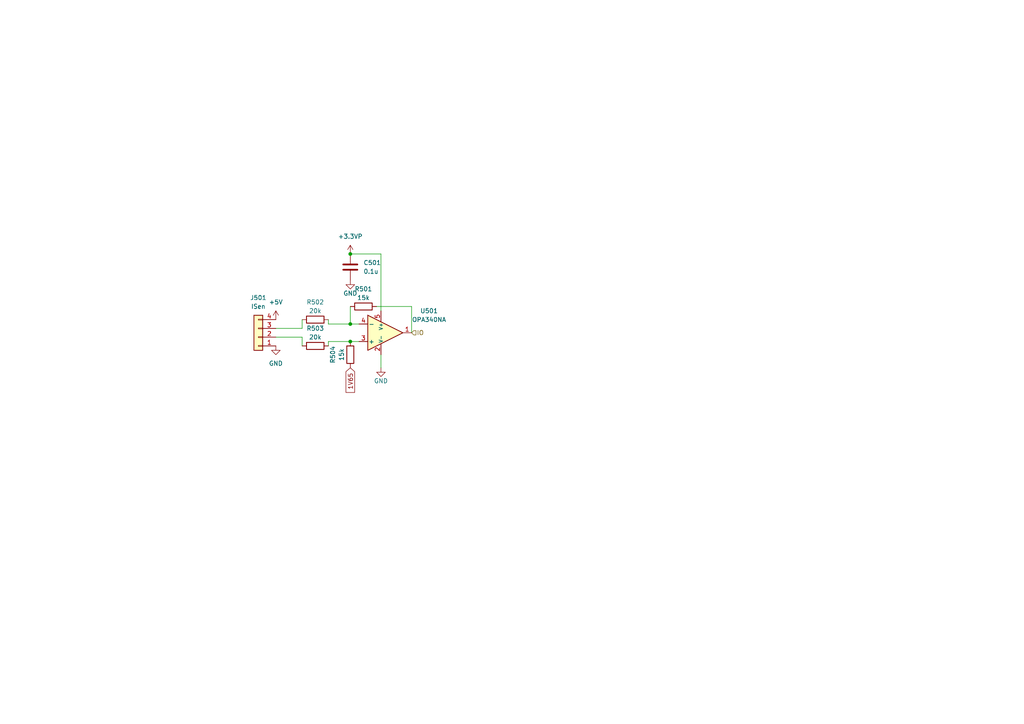
<source format=kicad_sch>
(kicad_sch (version 20231120) (generator "eeschema") (generator_version "8.0")
  (paper "A4")
  (lib_symbols
    (symbol "Connector_Generic:Conn_01x04" (pin_names (offset 1.016) hide)
      (property "Reference" "J" (at 0 5.08 0))
      (property "Value" "Conn_01x04" (at 0 -7.62 0))
      (symbol "Conn_01x04_1_1"
        (rectangle (start -1.27 -4.953) (end 0 -5.207) (stroke (width 0.1524)))
        (rectangle (start -1.27 -2.413) (end 0 -2.667) (stroke (width 0.1524)))
        (rectangle (start -1.27 0.127) (end 0 -0.127) (stroke (width 0.1524)))
        (rectangle (start -1.27 2.667) (end 0 2.413) (stroke (width 0.1524)))
        (rectangle (start -1.27 3.81) (end 1.27 -6.35) (stroke (width 0.254)) (fill (type background)))
        (pin passive line (at -5.08 2.54 0) (length 3.81) (name "Pin_1") (number "1"))
        (pin passive line (at -5.08 0 0) (length 3.81) (name "Pin_2") (number "2"))
        (pin passive line (at -5.08 -2.54 0) (length 3.81) (name "Pin_3") (number "3"))
        (pin passive line (at -5.08 -5.08 0) (length 3.81) (name "Pin_4") (number "4"))
      )
    )
    (symbol "Device:C" (pin_numbers hide) (pin_names (offset 0.254))
      (property "Reference" "C" (at 0.635 2.54 0))
      (property "Value" "C" (at 0.635 -2.54 0))
      (symbol "C_0_1"
        (polyline (pts (xy -2.032 -0.762) (xy 2.032 -0.762)) (stroke (width 0.508)))
        (polyline (pts (xy -2.032 0.762) (xy 2.032 0.762)) (stroke (width 0.508)))
      )
      (symbol "C_1_1"
        (pin passive line (at 0 3.81 270) (length 2.794) (name "~") (number "1"))
        (pin passive line (at 0 -3.81 90) (length 2.794) (name "~") (number "2"))
      )
    )
    (symbol "Device:R" (pin_numbers hide) (pin_names (offset 0))
      (property "Reference" "R" (at 2.032 0 90))
      (property "Value" "R" (at 0 0 90))
      (symbol "R_0_1"
        (rectangle (start -1.016 -2.54) (end 1.016 2.54) (stroke (width 0.254)))
      )
      (symbol "R_1_1"
        (pin passive line (at 0 3.81 270) (length 1.27) (name "~") (number "1"))
        (pin passive line (at 0 -3.81 90) (length 1.27) (name "~") (number "2"))
      )
    )
    (symbol "PCM_Amplifier_Operational_AKL:OPA340NA" (pin_names (offset 0.2))
      (property "Reference" "U" (at 2.54 7.62 0))
      (property "Value" "OPA340NA" (at 2.54 5.08 0))
      (symbol "OPA340NA_0_1"
        (polyline (pts (xy -5.08 5.08) (xy -5.08 -5.08) (xy 5.08 0) (xy -5.08 5.08)) (stroke (width 0.254)) (fill (type background)))
      )
      (symbol "OPA340NA_1_1"
        (pin output line (at 7.62 0 180) (length 2.54) (name "~") (number "1"))
        (pin power_in line (at -1.27 -6.35 90) (length 3.18) (name "V-") (number "2"))
        (pin input line (at -7.62 -2.54 0) (length 2.54) (name "+") (number "3"))
        (pin input line (at -7.62 2.54 0) (length 2.54) (name "-") (number "4"))
        (pin power_in line (at -1.27 6.35 270) (length 3.18) (name "V+") (number "5"))
      )
    )
    (symbol "power:+3.3VP" (power) (pin_names (offset 0))
      (property "Value" "+3.3VP" (at 0 2.54 0))
      (symbol "+3.3VP_0_0"
        (pin power_in line (at 0 0 90) (length 0) hide (name "+3.3VP") (number "1"))
      )
      (symbol "+3.3VP_0_1"
        (polyline (pts (xy -0.762 1.27) (xy 0 2.54)))
        (polyline (pts (xy 0 0) (xy 0 2.54)))
        (polyline (pts (xy 0 2.54) (xy 0.762 1.27)))
      )
    )
    (symbol "power:+5V" (power) (pin_names (offset 0))
      (property "Value" "+5V" (at 0 3.556 0))
      (symbol "+5V_0_1"
        (polyline (pts (xy -0.762 1.27) (xy 0 2.54)))
        (polyline (pts (xy 0 0) (xy 0 2.54)))
        (polyline (pts (xy 0 2.54) (xy 0.762 1.27)))
      )
      (symbol "+5V_1_1"
        (pin power_in line (at 0 0 90) (length 0) hide (name "+5V") (number "1"))
      )
    )
    (symbol "power:GND" (power) (pin_names (offset 0))
      (property "Value" "GND" (at 0 -3.81 0))
      (symbol "GND_0_1"
        (polyline (pts (xy 0 0) (xy 0 -1.27) (xy 1.27 -1.27) (xy 0 -2.54) (xy -1.27 -1.27) (xy 0 -1.27)))
      )
      (symbol "GND_1_1"
        (pin power_in line (at 0 0 270) (length 0) hide (name "GND") (number "1"))
      )
    )
  )
  (junction (at 101.6 93.98))
  (junction (at 101.6 73.66))
  (junction (at 101.6 99.06))
  (wire (pts (xy 101.6 99.06) (xy 104.14 99.06)))
  (wire (pts (xy 95.25 100.33) (xy 95.25 99.06)))
  (wire (pts (xy 104.14 93.98) (xy 101.6 93.98)))
  (wire (pts (xy 119.38 88.9) (xy 119.38 96.52)))
  (wire (pts (xy 110.49 102.87) (xy 110.49 106.68)))
  (wire (pts (xy 95.25 99.06) (xy 101.6 99.06)))
  (wire (pts (xy 101.6 73.66) (xy 110.49 73.66)))
  (wire (pts (xy 95.25 93.98) (xy 95.25 92.71)))
  (wire (pts (xy 109.22 88.9) (xy 119.38 88.9)))
  (wire (pts (xy 87.63 97.79) (xy 80.01 97.79)))
  (wire (pts (xy 87.63 95.25) (xy 87.63 92.71)))
  (wire (pts (xy 80.01 95.25) (xy 87.63 95.25)))
  (wire (pts (xy 87.63 100.33) (xy 87.63 97.79)))
  (wire (pts (xy 101.6 93.98) (xy 95.25 93.98)))
  (wire (pts (xy 110.49 73.66) (xy 110.49 90.17)))
  (wire (pts (xy 101.6 88.9) (xy 101.6 93.98)))
  (global_label "1V65" (shape input) (at 101.6 106.68 270) (property "Intersheetrefs" "${INTERSHEET_REFS}" (effects (hide yes))))
  (hierarchical_label "IO" (shape input) (at 119.38 96.52 0))
  (symbol (lib_id "power:GND") (at 80.01 100.33 0) (unit 1)
    (property "Reference" "#PWR0522" (effects (hide yes)))
    (property "Value" "GND" (at 80.01 105.41 0))
    (property "Description" "Power symbol creates a global label with name \"GND\" , ground" (effects (hide yes)))
    (instances (project "InverterMainBoard" (path "" (reference "#PWR0522") (unit 1)) (path "" (reference "#PWR0404") (unit 1)) (path "" (reference "#PWR0704") (unit 1)) (path "" (reference "#PWR0804") (unit 1))))
  )
  (symbol (lib_id "Device:R") (at 91.44 92.71 90) (unit 1)
    (property "Reference" "R502" (at 91.44 87.63 90))
    (property "Value" "20k" (at 91.44 90.17 90))
    (property "Footprint" "Resistor_SMD:R_0603_1608Metric" (effects (hide yes)))
    (property "Description" "Resistor" (effects (hide yes)))
    (instances (project "InverterMainBoard" (path "" (reference "R502") (unit 1)) (path "" (reference "R602") (unit 1)) (path "" (reference "R702") (unit 1)) (path "" (reference "R802") (unit 1))))
  )
  (symbol (lib_id "Device:R") (at 101.6 102.87 180) (unit 1)
    (property "Reference" "R504" (at 96.52 102.87 90))
    (property "Value" "15k" (at 99.06 102.87 90))
    (property "Footprint" "Resistor_SMD:R_0603_1608Metric" (effects (hide yes)))
    (property "Description" "Resistor" (effects (hide yes)))
    (instances (project "InverterMainBoard" (path "" (reference "R504") (unit 1)) (path "" (reference "R604") (unit 1)) (path "" (reference "R704") (unit 1)) (path "" (reference "R804") (unit 1))))
  )
  (symbol (lib_id "Device:C") (at 101.6 77.47 180) (unit 1)
    (property "Reference" "C501" (at 105.41 76.1999 0) (effects (justify right)))
    (property "Value" "0.1u" (at 105.41 78.7399 0) (effects (justify right)))
    (property "Footprint" "Capacitor_SMD:C_0603_1608Metric" (effects (hide yes)))
    (property "Description" "Unpolarized capacitor" (effects (hide yes)))
    (instances (project "InverterMainBoard" (path "" (reference "C501") (unit 1)) (path "" (reference "C601") (unit 1)) (path "" (reference "C701") (unit 1)) (path "" (reference "C801") (unit 1))))
  )
  (symbol (lib_id "power:GND") (at 110.49 106.68 0) (unit 1)
    (property "Reference" "#PWR0524" (effects (hide yes)))
    (property "Value" "GND" (at 110.49 110.49 0))
    (property "Description" "Power symbol creates a global label with name \"GND\" , ground" (effects (hide yes)))
    (instances (project "InverterMainBoard" (path "" (reference "#PWR0524") (unit 1)) (path "" (reference "#PWR0405") (unit 1)) (path "" (reference "#PWR0705") (unit 1)) (path "" (reference "#PWR0805") (unit 1))))
  )
  (symbol (lib_id "Device:R") (at 91.44 100.33 90) (unit 1)
    (property "Reference" "R503" (at 91.44 95.25 90))
    (property "Value" "20k" (at 91.44 97.79 90))
    (property "Footprint" "Resistor_SMD:R_0603_1608Metric" (effects (hide yes)))
    (property "Description" "Resistor" (effects (hide yes)))
    (instances (project "InverterMainBoard" (path "" (reference "R503") (unit 1)) (path "" (reference "R603") (unit 1)) (path "" (reference "R703") (unit 1)) (path "" (reference "R803") (unit 1))))
  )
  (symbol (lib_id "Device:R") (at 105.41 88.9 90) (unit 1)
    (property "Reference" "R501" (at 105.41 83.82 90))
    (property "Value" "15k" (at 105.41 86.36 90))
    (property "Footprint" "Resistor_SMD:R_0603_1608Metric" (effects (hide yes)))
    (property "Description" "Resistor" (effects (hide yes)))
    (instances (project "InverterMainBoard" (path "" (reference "R501") (unit 1)) (path "" (reference "R601") (unit 1)) (path "" (reference "R701") (unit 1)) (path "" (reference "R801") (unit 1))))
  )
  (symbol (lib_id "power:+5V") (at 80.01 92.71 0) (unit 1)
    (property "Reference" "#PWR0521" (effects (hide yes)))
    (property "Value" "+5V" (at 80.01 87.63 0))
    (property "Description" "Power symbol creates a global label with name \"+5V\"" (effects (hide yes)))
    (instances (project "InverterMainBoard" (path "" (reference "#PWR0521") (unit 1)) (path "" (reference "#PWR0403") (unit 1)) (path "" (reference "#PWR0703") (unit 1)) (path "" (reference "#PWR0803") (unit 1))))
  )
  (symbol (lib_id "PCM_Amplifier_Operational_AKL:OPA340NA") (at 111.76 96.52 0) (unit 1)
    (property "Reference" "U501" (at 124.46 90.17 0))
    (property "Value" "OPA340NA" (at 124.46 92.71 0))
    (property "Footprint" "Package_TO_SOT_SMD:SOT-23-5" (effects (hide yes)))
    (property "Datasheet" "https://www.ti.com/lit/ds/symlink/opa2340.pdf?ts=1635059912826&ref_url=https%253A%252F%252Fwww.google.com%252F" (effects (hide yes)))
    (property "Description" "SOT-23-5 CMOS RRIO Operational Amplifier, 500μV Offset, 2.5μV/°C Drift, 5.5MHz GBW, Alternate KiCAD Library" (effects (hide yes)))
    (instances (project "InverterMainBoard" (path "" (reference "U501") (unit 1)) (path "" (reference "U601") (unit 1)) (path "" (reference "U701") (unit 1)) (path "" (reference "U801") (unit 1))))
  )
  (symbol (lib_id "Connector_Generic:Conn_01x04") (at 74.93 97.79 180) (unit 1)
    (property "Reference" "J501" (at 74.93 86.36 0))
    (property "Value" "ISen" (at 74.93 88.9 0))
    (property "Footprint" "Connector_JST:JST_XH_B4B-XH-A_1x04_P2.50mm_Vertical" (effects (hide yes)))
    (property "Description" "Generic connector, single row, 01x04, script generated (kicad-library-utils/schlib/autogen/connector/)" (effects (hide yes)))
    (instances (project "InverterMainBoard" (path "" (reference "J501") (unit 1)) (path "" (reference "J601") (unit 1)) (path "" (reference "J701") (unit 1)) (path "" (reference "J801") (unit 1))))
  )
  (symbol (lib_id "power:GND") (at 101.6 81.28 0) (unit 1)
    (property "Reference" "#PWR0516" (effects (hide yes)))
    (property "Value" "GND" (at 101.6 85.09 0))
    (property "Description" "Power symbol creates a global label with name \"GND\" , ground" (effects (hide yes)))
    (instances (project "InverterMainBoard" (path "" (reference "#PWR0516") (unit 1)) (path "" (reference "#PWR0402") (unit 1)) (path "" (reference "#PWR0702") (unit 1)) (path "" (reference "#PWR0802") (unit 1))))
  )
  (symbol (lib_id "power:+3.3VP") (at 101.6 73.66 0) (unit 1)
    (property "Reference" "#PWR0515" (effects (hide yes)))
    (property "Value" "+3.3VP" (at 101.6 68.58 0))
    (property "Description" "Power symbol creates a global label with name \"+3.3VP\"" (effects (hide yes)))
    (instances (project "InverterMainBoard" (path "" (reference "#PWR0515") (unit 1)) (path "" (reference "#PWR0401") (unit 1)) (path "" (reference "#PWR0701") (unit 1)) (path "" (reference "#PWR0801") (unit 1))))
  )
)
</source>
